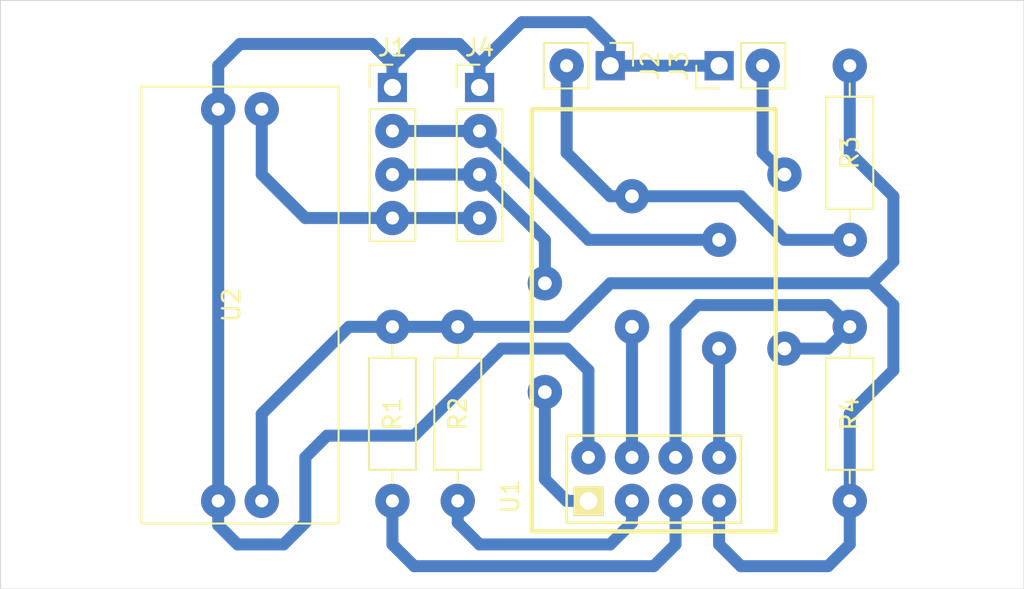
<source format=kicad_pcb>
(kicad_pcb (version 20171130) (host pcbnew "(5.1.0-0)")

  (general
    (thickness 1.6)
    (drawings 4)
    (tracks 93)
    (zones 0)
    (modules 22)
    (nets 10)
  )

  (page A4)
  (layers
    (0 F.Cu signal)
    (31 B.Cu signal)
    (32 B.Adhes user)
    (33 F.Adhes user)
    (34 B.Paste user)
    (35 F.Paste user)
    (36 B.SilkS user)
    (37 F.SilkS user)
    (38 B.Mask user)
    (39 F.Mask user)
    (40 Dwgs.User user)
    (41 Cmts.User user)
    (42 Eco1.User user)
    (43 Eco2.User user)
    (44 Edge.Cuts user)
    (45 Margin user)
    (46 B.CrtYd user)
    (47 F.CrtYd user)
    (48 B.Fab user)
    (49 F.Fab user)
  )

  (setup
    (last_trace_width 0.7)
    (user_trace_width 0.3)
    (user_trace_width 0.375)
    (user_trace_width 0.5)
    (user_trace_width 0.7)
    (user_trace_width 1)
    (trace_clearance 0.2)
    (zone_clearance 0.508)
    (zone_45_only no)
    (trace_min 0.25)
    (via_size 0.8)
    (via_drill 0.4)
    (via_min_size 0.4)
    (via_min_drill 0.3)
    (uvia_size 0.3)
    (uvia_drill 0.1)
    (uvias_allowed no)
    (uvia_min_size 0.2)
    (uvia_min_drill 0.1)
    (edge_width 0.05)
    (segment_width 0.2)
    (pcb_text_width 0.3)
    (pcb_text_size 1.5 1.5)
    (mod_edge_width 0.12)
    (mod_text_size 1 1)
    (mod_text_width 0.15)
    (pad_size 2 2)
    (pad_drill 0.762)
    (pad_to_mask_clearance 0.051)
    (solder_mask_min_width 0.25)
    (aux_axis_origin 116.84 109.27)
    (visible_elements FFFFFF7F)
    (pcbplotparams
      (layerselection 0x01000_fffffffe)
      (usegerberextensions false)
      (usegerberattributes false)
      (usegerberadvancedattributes false)
      (creategerberjobfile false)
      (excludeedgelayer true)
      (linewidth 0.100000)
      (plotframeref false)
      (viasonmask false)
      (mode 1)
      (useauxorigin true)
      (hpglpennumber 1)
      (hpglpenspeed 20)
      (hpglpendiameter 15.000000)
      (psnegative false)
      (psa4output false)
      (plotreference true)
      (plotvalue true)
      (plotinvisibletext false)
      (padsonsilk false)
      (subtractmaskfromsilk false)
      (outputformat 1)
      (mirror false)
      (drillshape 0)
      (scaleselection 1)
      (outputdirectory "drillFiles/"))
  )

  (net 0 "")
  (net 1 TX)
  (net 2 "Net-(J2-Pad2)")
  (net 3 GND)
  (net 4 "Net-(J3-Pad2)")
  (net 5 "Net-(R1-Pad2)")
  (net 6 +3V3)
  (net 7 "Net-(R2-Pad2)")
  (net 8 RX)
  (net 9 +5V)

  (net_class Default "This is the default net class."
    (clearance 0.2)
    (trace_width 0.25)
    (via_dia 0.8)
    (via_drill 0.4)
    (uvia_dia 0.3)
    (uvia_drill 0.1)
    (diff_pair_width 0.25)
    (diff_pair_gap 0.25)
    (add_net +3V3)
    (add_net +5V)
    (add_net GND)
    (add_net "Net-(J2-Pad2)")
    (add_net "Net-(J3-Pad2)")
    (add_net "Net-(R1-Pad2)")
    (add_net "Net-(R2-Pad2)")
    (add_net RX)
    (add_net TX)
  )

  (net_class Milling ""
    (clearance 0.1)
    (trace_width 0.375)
    (via_dia 0.8)
    (via_drill 0.4)
    (uvia_dia 0.3)
    (uvia_drill 0.1)
    (diff_pair_width 0.25)
    (diff_pair_gap 0.25)
  )

  (module Connector_Wire:SolderWirePad_1x01_Drill0.8mm (layer F.Cu) (tedit 5A2676A0) (tstamp 5C99A373)
    (at 162.56 95.25)
    (descr "Wire solder connection")
    (tags connector)
    (attr virtual)
    (fp_text reference REF** (at 0 -2.54) (layer F.SilkS) hide
      (effects (font (size 1 1) (thickness 0.15)))
    )
    (fp_text value SolderWirePad_1x01_Drill0.8mm (at 0 2.54) (layer F.Fab) hide
      (effects (font (size 1 1) (thickness 0.15)))
    )
    (fp_text user %R (at 0 0) (layer F.Fab) hide
      (effects (font (size 1 1) (thickness 0.15)))
    )
    (fp_line (start -1.5 -1.5) (end 1.5 -1.5) (layer F.CrtYd) (width 0.05))
    (fp_line (start -1.5 -1.5) (end -1.5 1.5) (layer F.CrtYd) (width 0.05))
    (fp_line (start 1.5 1.5) (end 1.5 -1.5) (layer F.CrtYd) (width 0.05))
    (fp_line (start 1.5 1.5) (end -1.5 1.5) (layer F.CrtYd) (width 0.05))
    (pad 1 thru_hole circle (at 0 0) (size 1.99898 1.99898) (drill 0.8001) (layers *.Cu *.Mask))
  )

  (module Connector_Wire:SolderWirePad_1x01_Drill0.8mm (layer F.Cu) (tedit 5A2676A0) (tstamp 5C99A361)
    (at 162.56 85.09)
    (descr "Wire solder connection")
    (tags connector)
    (attr virtual)
    (fp_text reference REF** (at 0 -2.54) (layer F.SilkS) hide
      (effects (font (size 1 1) (thickness 0.15)))
    )
    (fp_text value SolderWirePad_1x01_Drill0.8mm (at 0 2.54) (layer F.Fab) hide
      (effects (font (size 1 1) (thickness 0.15)))
    )
    (fp_line (start 1.5 1.5) (end -1.5 1.5) (layer F.CrtYd) (width 0.05))
    (fp_line (start 1.5 1.5) (end 1.5 -1.5) (layer F.CrtYd) (width 0.05))
    (fp_line (start -1.5 -1.5) (end -1.5 1.5) (layer F.CrtYd) (width 0.05))
    (fp_line (start -1.5 -1.5) (end 1.5 -1.5) (layer F.CrtYd) (width 0.05))
    (fp_text user %R (at 0 0) (layer F.Fab) hide
      (effects (font (size 1 1) (thickness 0.15)))
    )
    (pad 1 thru_hole circle (at 0 0) (size 1.99898 1.99898) (drill 0.8001) (layers *.Cu *.Mask))
  )

  (module Connector_Wire:SolderWirePad_1x01_Drill0.8mm (layer F.Cu) (tedit 5A2676A0) (tstamp 5C99A34E)
    (at 153.67 86.36)
    (descr "Wire solder connection")
    (tags connector)
    (attr virtual)
    (fp_text reference REF** (at 0 -2.54) (layer F.SilkS) hide
      (effects (font (size 1 1) (thickness 0.15)))
    )
    (fp_text value SolderWirePad_1x01_Drill0.8mm (at 0 2.54) (layer F.Fab) hide
      (effects (font (size 1 1) (thickness 0.15)))
    )
    (fp_line (start 1.5 1.5) (end -1.5 1.5) (layer F.CrtYd) (width 0.05))
    (fp_line (start 1.5 1.5) (end 1.5 -1.5) (layer F.CrtYd) (width 0.05))
    (fp_line (start -1.5 -1.5) (end -1.5 1.5) (layer F.CrtYd) (width 0.05))
    (fp_line (start -1.5 -1.5) (end 1.5 -1.5) (layer F.CrtYd) (width 0.05))
    (fp_text user %R (at 0 0) (layer F.Fab) hide
      (effects (font (size 1 1) (thickness 0.15)))
    )
    (pad 1 thru_hole circle (at 0 0) (size 1.99898 1.99898) (drill 0.8001) (layers *.Cu *.Mask))
  )

  (module Connector_Wire:SolderWirePad_1x01_Drill0.8mm (layer F.Cu) (tedit 5A2676A0) (tstamp 5C99A328)
    (at 158.75 88.9)
    (descr "Wire solder connection")
    (tags connector)
    (attr virtual)
    (fp_text reference REF** (at 0 -2.54) (layer F.SilkS) hide
      (effects (font (size 1 1) (thickness 0.15)))
    )
    (fp_text value SolderWirePad_1x01_Drill0.8mm (at 0 2.54) (layer F.Fab) hide
      (effects (font (size 1 1) (thickness 0.15)))
    )
    (fp_text user %R (at 0 0) (layer F.Fab) hide
      (effects (font (size 1 1) (thickness 0.15)))
    )
    (fp_line (start -1.5 -1.5) (end 1.5 -1.5) (layer F.CrtYd) (width 0.05))
    (fp_line (start -1.5 -1.5) (end -1.5 1.5) (layer F.CrtYd) (width 0.05))
    (fp_line (start 1.5 1.5) (end 1.5 -1.5) (layer F.CrtYd) (width 0.05))
    (fp_line (start 1.5 1.5) (end -1.5 1.5) (layer F.CrtYd) (width 0.05))
    (pad 1 thru_hole circle (at 0 0) (size 1.99898 1.99898) (drill 0.8001) (layers *.Cu *.Mask))
  )

  (module Connector_Wire:SolderWirePad_1x01_Drill0.8mm (layer F.Cu) (tedit 5A2676A0) (tstamp 5C99A2FD)
    (at 153.67 93.98)
    (descr "Wire solder connection")
    (tags connector)
    (attr virtual)
    (fp_text reference REF** (at 0 -2.54) (layer F.SilkS) hide
      (effects (font (size 1 1) (thickness 0.15)))
    )
    (fp_text value SolderWirePad_1x01_Drill0.8mm (at 0 2.54) (layer F.Fab) hide
      (effects (font (size 1 1) (thickness 0.15)))
    )
    (fp_text user %R (at 0 0) (layer F.Fab) hide
      (effects (font (size 1 1) (thickness 0.15)))
    )
    (fp_line (start -1.5 -1.5) (end 1.5 -1.5) (layer F.CrtYd) (width 0.05))
    (fp_line (start -1.5 -1.5) (end -1.5 1.5) (layer F.CrtYd) (width 0.05))
    (fp_line (start 1.5 1.5) (end 1.5 -1.5) (layer F.CrtYd) (width 0.05))
    (fp_line (start 1.5 1.5) (end -1.5 1.5) (layer F.CrtYd) (width 0.05))
    (pad 1 thru_hole circle (at 0 0) (size 1.99898 1.99898) (drill 0.8001) (layers *.Cu *.Mask))
  )

  (module Connector_Wire:SolderWirePad_1x01_Drill0.8mm (layer F.Cu) (tedit 5A2676A0) (tstamp 5C99A2EB)
    (at 158.75 95.25)
    (descr "Wire solder connection")
    (tags connector)
    (attr virtual)
    (fp_text reference REF** (at 0 -2.54) (layer F.SilkS) hide
      (effects (font (size 1 1) (thickness 0.15)))
    )
    (fp_text value SolderWirePad_1x01_Drill0.8mm (at 0 2.54) (layer F.Fab) hide
      (effects (font (size 1 1) (thickness 0.15)))
    )
    (fp_line (start 1.5 1.5) (end -1.5 1.5) (layer F.CrtYd) (width 0.05))
    (fp_line (start 1.5 1.5) (end 1.5 -1.5) (layer F.CrtYd) (width 0.05))
    (fp_line (start -1.5 -1.5) (end -1.5 1.5) (layer F.CrtYd) (width 0.05))
    (fp_line (start -1.5 -1.5) (end 1.5 -1.5) (layer F.CrtYd) (width 0.05))
    (fp_text user %R (at 0 0) (layer F.Fab) hide
      (effects (font (size 1 1) (thickness 0.15)))
    )
    (pad 1 thru_hole circle (at 0 0) (size 1.99898 1.99898) (drill 0.8001) (layers *.Cu *.Mask))
  )

  (module Connector_Wire:SolderWirePad_1x01_Drill0.8mm (layer F.Cu) (tedit 5A2676A0) (tstamp 5C99A2B9)
    (at 148.59 97.79)
    (descr "Wire solder connection")
    (tags connector)
    (attr virtual)
    (fp_text reference REF** (at 0 -2.54) (layer F.SilkS) hide
      (effects (font (size 1 1) (thickness 0.15)))
    )
    (fp_text value SolderWirePad_1x01_Drill0.8mm (at 0 2.54) (layer F.Fab) hide
      (effects (font (size 1 1) (thickness 0.15)))
    )
    (fp_text user %R (at 0 0) (layer F.Fab) hide
      (effects (font (size 1 1) (thickness 0.15)))
    )
    (fp_line (start -1.5 -1.5) (end 1.5 -1.5) (layer F.CrtYd) (width 0.05))
    (fp_line (start -1.5 -1.5) (end -1.5 1.5) (layer F.CrtYd) (width 0.05))
    (fp_line (start 1.5 1.5) (end 1.5 -1.5) (layer F.CrtYd) (width 0.05))
    (fp_line (start 1.5 1.5) (end -1.5 1.5) (layer F.CrtYd) (width 0.05))
    (pad 1 thru_hole circle (at 0 0) (size 1.99898 1.99898) (drill 0.8001) (layers *.Cu *.Mask))
  )

  (module Connector_Wire:SolderWirePad_1x01_Drill0.8mm (layer F.Cu) (tedit 5A2676A0) (tstamp 5C99A297)
    (at 148.59 91.44)
    (descr "Wire solder connection")
    (tags connector)
    (attr virtual)
    (fp_text reference REF** (at 0 -2.54) (layer F.SilkS) hide
      (effects (font (size 1 1) (thickness 0.15)))
    )
    (fp_text value SolderWirePad_1x01_Drill0.8mm (at 0 2.54) (layer F.Fab) hide
      (effects (font (size 1 1) (thickness 0.15)))
    )
    (fp_line (start 1.5 1.5) (end -1.5 1.5) (layer F.CrtYd) (width 0.05))
    (fp_line (start 1.5 1.5) (end 1.5 -1.5) (layer F.CrtYd) (width 0.05))
    (fp_line (start -1.5 -1.5) (end -1.5 1.5) (layer F.CrtYd) (width 0.05))
    (fp_line (start -1.5 -1.5) (end 1.5 -1.5) (layer F.CrtYd) (width 0.05))
    (fp_text user %R (at 0 0) (layer F.Fab) hide
      (effects (font (size 1 1) (thickness 0.15)))
    )
    (pad 1 thru_hole circle (at 0 0) (size 1.99898 1.99898) (drill 0.8001) (layers *.Cu *.Mask))
  )

  (module Resistor_THT:R_Axial_DIN0207_L6.3mm_D2.5mm_P10.16mm_Horizontal (layer F.Cu) (tedit 5AE5139B) (tstamp 5C98B941)
    (at 143.51 93.98 270)
    (descr "Resistor, Axial_DIN0207 series, Axial, Horizontal, pin pitch=10.16mm, 0.25W = 1/4W, length*diameter=6.3*2.5mm^2, http://cdn-reichelt.de/documents/datenblatt/B400/1_4W%23YAG.pdf")
    (tags "Resistor Axial_DIN0207 series Axial Horizontal pin pitch 10.16mm 0.25W = 1/4W length 6.3mm diameter 2.5mm")
    (path /5C99D737)
    (fp_text reference R2 (at 5.08 0 270) (layer F.SilkS)
      (effects (font (size 1 1) (thickness 0.15)))
    )
    (fp_text value 10K (at 5.08 2.54 270) (layer F.Fab)
      (effects (font (size 1 1) (thickness 0.15)))
    )
    (fp_text user %R (at 5.08 0 270) (layer F.Fab) hide
      (effects (font (size 1 1) (thickness 0.15)))
    )
    (fp_line (start 11.21 -1.5) (end -1.05 -1.5) (layer F.CrtYd) (width 0.05))
    (fp_line (start 11.21 1.5) (end 11.21 -1.5) (layer F.CrtYd) (width 0.05))
    (fp_line (start -1.05 1.5) (end 11.21 1.5) (layer F.CrtYd) (width 0.05))
    (fp_line (start -1.05 -1.5) (end -1.05 1.5) (layer F.CrtYd) (width 0.05))
    (fp_line (start 9.12 0) (end 8.35 0) (layer F.SilkS) (width 0.12))
    (fp_line (start 1.04 0) (end 1.81 0) (layer F.SilkS) (width 0.12))
    (fp_line (start 8.35 -1.37) (end 1.81 -1.37) (layer F.SilkS) (width 0.12))
    (fp_line (start 8.35 1.37) (end 8.35 -1.37) (layer F.SilkS) (width 0.12))
    (fp_line (start 1.81 1.37) (end 8.35 1.37) (layer F.SilkS) (width 0.12))
    (fp_line (start 1.81 -1.37) (end 1.81 1.37) (layer F.SilkS) (width 0.12))
    (fp_line (start 10.16 0) (end 8.23 0) (layer F.Fab) (width 0.1))
    (fp_line (start 0 0) (end 1.93 0) (layer F.Fab) (width 0.1))
    (fp_line (start 8.23 -1.25) (end 1.93 -1.25) (layer F.Fab) (width 0.1))
    (fp_line (start 8.23 1.25) (end 8.23 -1.25) (layer F.Fab) (width 0.1))
    (fp_line (start 1.93 1.25) (end 8.23 1.25) (layer F.Fab) (width 0.1))
    (fp_line (start 1.93 -1.25) (end 1.93 1.25) (layer F.Fab) (width 0.1))
    (pad 2 thru_hole circle (at 10.16 0 270) (size 2 2) (drill 0.762) (layers *.Cu *.Mask)
      (net 7 "Net-(R2-Pad2)"))
    (pad 1 thru_hole circle (at 0 0 270) (size 2 2) (drill 0.762) (layers *.Cu *.Mask)
      (net 6 +3V3))
    (model ${KISYS3DMOD}/Resistor_THT.3dshapes/R_Axial_DIN0207_L6.3mm_D2.5mm_P10.16mm_Horizontal.wrl
      (at (xyz 0 0 0))
      (scale (xyz 1 1 1))
      (rotate (xyz 0 0 0))
    )
  )

  (module ESP8266:ESP-01 (layer F.Cu) (tedit 577EF889) (tstamp 5C98B98D)
    (at 151.13 104.14 90)
    (descr "Module, ESP-8266, ESP-01, 8 pin")
    (tags "Module ESP-8266 ESP8266")
    (path /5C981CB7)
    (fp_text reference U1 (at 0.254 -4.572 90) (layer F.SilkS)
      (effects (font (size 1 1) (thickness 0.15)))
    )
    (fp_text value ESP-01v090 (at 12.192 3.556 90) (layer F.Fab)
      (effects (font (size 1 1) (thickness 0.15)))
    )
    (fp_line (start 3.81 -1.27) (end 1.27 -1.27) (layer F.SilkS) (width 0.1524))
    (fp_line (start 3.81 8.89) (end 3.81 -1.27) (layer F.SilkS) (width 0.1524))
    (fp_line (start -1.27 8.89) (end 3.81 8.89) (layer F.SilkS) (width 0.1524))
    (fp_line (start -1.27 1.27) (end -1.27 8.89) (layer F.SilkS) (width 0.1524))
    (fp_line (start -1.75 9.4) (end 4.3 9.4) (layer F.CrtYd) (width 0.05))
    (fp_line (start -1.75 -1.75) (end 4.3 -1.75) (layer F.CrtYd) (width 0.05))
    (fp_line (start 4.3 -1.75) (end 4.3 9.4) (layer F.CrtYd) (width 0.05))
    (fp_line (start -1.75 -1.75) (end -1.75 9.4) (layer F.CrtYd) (width 0.05))
    (fp_line (start -1.27 -1.27) (end -1.27 1.27) (layer F.SilkS) (width 0.1524))
    (fp_line (start 1.27 -1.27) (end -1.27 -1.27) (layer F.SilkS) (width 0.1524))
    (fp_line (start -1.778 10.922) (end -1.778 -3.302) (layer F.Fab) (width 0.05))
    (fp_line (start 22.86 10.922) (end -1.778 10.922) (layer F.Fab) (width 0.05))
    (fp_line (start 22.86 -3.302) (end 22.86 10.922) (layer F.Fab) (width 0.05))
    (fp_line (start -1.778 -3.302) (end 22.86 -3.302) (layer F.Fab) (width 0.05))
    (fp_line (start -1.778 10.922) (end -1.778 -3.302) (layer F.SilkS) (width 0.254))
    (fp_line (start 22.86 10.922) (end -1.778 10.922) (layer F.SilkS) (width 0.254))
    (fp_line (start 22.86 -3.302) (end 22.86 10.922) (layer F.SilkS) (width 0.254))
    (fp_line (start -1.778 -3.302) (end 22.86 -3.302) (layer F.SilkS) (width 0.254))
    (pad 8 thru_hole circle (at 2.54 7.62 90) (size 2 2) (drill 0.762) (layers *.Cu *.Mask)
      (net 1 TX))
    (pad 7 thru_hole circle (at 0 7.62 90) (size 2 2) (drill 0.762) (layers *.Cu *.Mask)
      (net 6 +3V3))
    (pad 6 thru_hole circle (at 2.54 5.08 90) (size 2 2) (drill 0.762) (layers *.Cu *.Mask)
      (net 4 "Net-(J3-Pad2)"))
    (pad 5 thru_hole circle (at 0 5.08 90) (size 2 2) (drill 0.762) (layers *.Cu *.Mask)
      (net 5 "Net-(R1-Pad2)"))
    (pad 4 thru_hole circle (at 2.54 2.54 90) (size 2 2) (drill 0.762) (layers *.Cu *.Mask)
      (net 2 "Net-(J2-Pad2)"))
    (pad 3 thru_hole circle (at 0 2.54 90) (size 2 2) (drill 0.762) (layers *.Cu *.Mask)
      (net 7 "Net-(R2-Pad2)"))
    (pad 2 thru_hole circle (at 2.54 0 90) (size 2 2) (drill 0.762) (layers *.Cu *.Mask)
      (net 3 GND))
    (pad 1 thru_hole rect (at 0 0 90) (size 1.7272 1.7272) (drill 1.016) (layers *.Cu *.Mask F.SilkS)
      (net 8 RX))
  )

  (module Connector_PinHeader_2.54mm:PinHeader_1x02_P2.54mm_Vertical (layer F.Cu) (tedit 59FED5CC) (tstamp 5CB89801)
    (at 152.4 78.74 270)
    (descr "Through hole straight pin header, 1x02, 2.54mm pitch, single row")
    (tags "Through hole pin header THT 1x02 2.54mm single row")
    (path /5C99BBC1)
    (fp_text reference J2 (at 0 -2.33 270) (layer F.SilkS)
      (effects (font (size 1 1) (thickness 0.15)))
    )
    (fp_text value Conn_01x02_Male (at 0 4.87 270) (layer F.Fab) hide
      (effects (font (size 1 1) (thickness 0.15)))
    )
    (fp_text user %R (at 0 1.27) (layer F.Fab)
      (effects (font (size 1 1) (thickness 0.15)))
    )
    (fp_line (start 1.8 -1.8) (end -1.8 -1.8) (layer F.CrtYd) (width 0.05))
    (fp_line (start 1.8 4.35) (end 1.8 -1.8) (layer F.CrtYd) (width 0.05))
    (fp_line (start -1.8 4.35) (end 1.8 4.35) (layer F.CrtYd) (width 0.05))
    (fp_line (start -1.8 -1.8) (end -1.8 4.35) (layer F.CrtYd) (width 0.05))
    (fp_line (start -1.33 -1.33) (end 0 -1.33) (layer F.SilkS) (width 0.12))
    (fp_line (start -1.33 0) (end -1.33 -1.33) (layer F.SilkS) (width 0.12))
    (fp_line (start -1.33 1.27) (end 1.33 1.27) (layer F.SilkS) (width 0.12))
    (fp_line (start 1.33 1.27) (end 1.33 3.87) (layer F.SilkS) (width 0.12))
    (fp_line (start -1.33 1.27) (end -1.33 3.87) (layer F.SilkS) (width 0.12))
    (fp_line (start -1.33 3.87) (end 1.33 3.87) (layer F.SilkS) (width 0.12))
    (fp_line (start -1.27 -0.635) (end -0.635 -1.27) (layer F.Fab) (width 0.1))
    (fp_line (start -1.27 3.81) (end -1.27 -0.635) (layer F.Fab) (width 0.1))
    (fp_line (start 1.27 3.81) (end -1.27 3.81) (layer F.Fab) (width 0.1))
    (fp_line (start 1.27 -1.27) (end 1.27 3.81) (layer F.Fab) (width 0.1))
    (fp_line (start -0.635 -1.27) (end 1.27 -1.27) (layer F.Fab) (width 0.1))
    (pad 2 thru_hole circle (at 0 2.54 270) (size 2 2) (drill 0.762) (layers *.Cu *.Mask)
      (net 2 "Net-(J2-Pad2)"))
    (pad 1 thru_hole rect (at 0 0 270) (size 1.7 1.7) (drill 1) (layers *.Cu *.Mask)
      (net 3 GND))
    (model ${KISYS3DMOD}/Connector_PinHeader_2.54mm.3dshapes/PinHeader_1x02_P2.54mm_Vertical.wrl
      (at (xyz 0 0 0))
      (scale (xyz 1 1 1))
      (rotate (xyz 0 0 0))
    )
  )

  (module MountingHole:MountingHole_3.2mm_M3 (layer F.Cu) (tedit 56D1B4CB) (tstamp 5C990B8B)
    (at 120.65 80.01)
    (descr "Mounting Hole 3.2mm, no annular, M3")
    (tags "mounting hole 3.2mm no annular m3")
    (attr virtual)
    (fp_text reference REF** (at 0 -4.2) (layer F.SilkS) hide
      (effects (font (size 1 1) (thickness 0.15)))
    )
    (fp_text value MountingHole_3.2mm_M3 (at 0 4.2) (layer F.Fab) hide
      (effects (font (size 1 1) (thickness 0.15)))
    )
    (fp_text user %R (at 0.3 0) (layer F.Fab) hide
      (effects (font (size 1 1) (thickness 0.15)))
    )
    (fp_circle (center 0 0) (end 3.2 0) (layer Cmts.User) (width 0.15))
    (fp_circle (center 0 0) (end 3.45 0) (layer F.CrtYd) (width 0.05))
    (pad 1 np_thru_hole circle (at 0 0) (size 3.2 3.2) (drill 3.2) (layers *.Cu *.Mask))
  )

  (module MountingHole:MountingHole_3.2mm_M3 (layer F.Cu) (tedit 56D1B4CB) (tstamp 5C99A444)
    (at 120.65 105.41)
    (descr "Mounting Hole 3.2mm, no annular, M3")
    (tags "mounting hole 3.2mm no annular m3")
    (attr virtual)
    (fp_text reference REF** (at 0 -4.2) (layer F.SilkS) hide
      (effects (font (size 1 1) (thickness 0.15)))
    )
    (fp_text value MountingHole_3.2mm_M3 (at 0 4.2) (layer F.Fab) hide
      (effects (font (size 1 1) (thickness 0.15)))
    )
    (fp_circle (center 0 0) (end 3.45 0) (layer F.CrtYd) (width 0.05))
    (fp_circle (center 0 0) (end 3.2 0) (layer Cmts.User) (width 0.15))
    (fp_text user %R (at 0.3 0) (layer F.Fab) hide
      (effects (font (size 1 1) (thickness 0.15)))
    )
    (pad 1 np_thru_hole circle (at 0 0) (size 3.2 3.2) (drill 3.2) (layers *.Cu *.Mask))
  )

  (module MountingHole:MountingHole_3.2mm_M3 (layer F.Cu) (tedit 56D1B4CB) (tstamp 5C990B6F)
    (at 172.72 105.41)
    (descr "Mounting Hole 3.2mm, no annular, M3")
    (tags "mounting hole 3.2mm no annular m3")
    (attr virtual)
    (fp_text reference REF** (at 0 -4.2) (layer F.SilkS) hide
      (effects (font (size 1 1) (thickness 0.15)))
    )
    (fp_text value MountingHole_3.2mm_M3 (at 0 4.2) (layer F.Fab) hide
      (effects (font (size 1 1) (thickness 0.15)))
    )
    (fp_text user %R (at 0.3 0) (layer F.Fab) hide
      (effects (font (size 1 1) (thickness 0.15)))
    )
    (fp_circle (center 0 0) (end 3.2 0) (layer Cmts.User) (width 0.15))
    (fp_circle (center 0 0) (end 3.45 0) (layer F.CrtYd) (width 0.05))
    (pad 1 np_thru_hole circle (at 0 0) (size 3.2 3.2) (drill 3.2) (layers *.Cu *.Mask))
  )

  (module MountingHole:MountingHole_3.2mm_M3 (layer F.Cu) (tedit 56D1B4CB) (tstamp 5C990AC5)
    (at 172.72 80.01)
    (descr "Mounting Hole 3.2mm, no annular, M3")
    (tags "mounting hole 3.2mm no annular m3")
    (attr virtual)
    (fp_text reference REF** (at 0 -4.2) (layer F.SilkS) hide
      (effects (font (size 1 1) (thickness 0.15)))
    )
    (fp_text value MountingHole_3.2mm_M3 (at 0 4.2) (layer F.Fab) hide
      (effects (font (size 1 1) (thickness 0.15)))
    )
    (fp_circle (center 0 0) (end 3.45 0) (layer F.CrtYd) (width 0.05))
    (fp_circle (center 0 0) (end 3.2 0) (layer Cmts.User) (width 0.15))
    (fp_text user %R (at 0.3 0) (layer F.Fab) hide
      (effects (font (size 1 1) (thickness 0.15)))
    )
    (pad 1 np_thru_hole circle (at 0 0) (size 3.2 3.2) (drill 3.2) (layers *.Cu *.Mask))
  )

  (module Connector_PinHeader_2.54mm:PinHeader_1x04_P2.54mm_Vertical (layer F.Cu) (tedit 59FED5CC) (tstamp 5C9901EB)
    (at 144.78 80.01)
    (descr "Through hole straight pin header, 1x04, 2.54mm pitch, single row")
    (tags "Through hole pin header THT 1x04 2.54mm single row")
    (path /5C9B6F14)
    (fp_text reference J4 (at 0 -2.33) (layer F.SilkS)
      (effects (font (size 1 1) (thickness 0.15)))
    )
    (fp_text value Conn_01x04_Male (at 0 9.95) (layer F.Fab) hide
      (effects (font (size 1 1) (thickness 0.15)))
    )
    (fp_text user %R (at 0 3.81 90) (layer F.Fab)
      (effects (font (size 1 1) (thickness 0.15)))
    )
    (fp_line (start 1.8 -1.8) (end -1.8 -1.8) (layer F.CrtYd) (width 0.05))
    (fp_line (start 1.8 9.4) (end 1.8 -1.8) (layer F.CrtYd) (width 0.05))
    (fp_line (start -1.8 9.4) (end 1.8 9.4) (layer F.CrtYd) (width 0.05))
    (fp_line (start -1.8 -1.8) (end -1.8 9.4) (layer F.CrtYd) (width 0.05))
    (fp_line (start -1.33 -1.33) (end 0 -1.33) (layer F.SilkS) (width 0.12))
    (fp_line (start -1.33 0) (end -1.33 -1.33) (layer F.SilkS) (width 0.12))
    (fp_line (start -1.33 1.27) (end 1.33 1.27) (layer F.SilkS) (width 0.12))
    (fp_line (start 1.33 1.27) (end 1.33 8.95) (layer F.SilkS) (width 0.12))
    (fp_line (start -1.33 1.27) (end -1.33 8.95) (layer F.SilkS) (width 0.12))
    (fp_line (start -1.33 8.95) (end 1.33 8.95) (layer F.SilkS) (width 0.12))
    (fp_line (start -1.27 -0.635) (end -0.635 -1.27) (layer F.Fab) (width 0.1))
    (fp_line (start -1.27 8.89) (end -1.27 -0.635) (layer F.Fab) (width 0.1))
    (fp_line (start 1.27 8.89) (end -1.27 8.89) (layer F.Fab) (width 0.1))
    (fp_line (start 1.27 -1.27) (end 1.27 8.89) (layer F.Fab) (width 0.1))
    (fp_line (start -0.635 -1.27) (end 1.27 -1.27) (layer F.Fab) (width 0.1))
    (pad 4 thru_hole circle (at 0 7.62) (size 2 2) (drill 0.762) (layers *.Cu *.Mask)
      (net 9 +5V))
    (pad 3 thru_hole circle (at 0 5.08) (size 2 2) (drill 0.762) (layers *.Cu *.Mask)
      (net 8 RX))
    (pad 2 thru_hole circle (at 0 2.54) (size 2 2) (drill 0.762) (layers *.Cu *.Mask)
      (net 1 TX))
    (pad 1 thru_hole rect (at 0 0) (size 1.7 1.7) (drill 1) (layers *.Cu *.Mask)
      (net 3 GND))
    (model ${KISYS3DMOD}/Connector_PinHeader_2.54mm.3dshapes/PinHeader_1x04_P2.54mm_Vertical.wrl
      (at (xyz 0 0 0))
      (scale (xyz 1 1 1))
      (rotate (xyz 0 0 0))
    )
  )

  (module Connector_PinHeader_2.54mm:PinHeader_1x04_P2.54mm_Vertical (layer F.Cu) (tedit 59FED5CC) (tstamp 5C98F476)
    (at 139.7 80.01)
    (descr "Through hole straight pin header, 1x04, 2.54mm pitch, single row")
    (tags "Through hole pin header THT 1x04 2.54mm single row")
    (path /5C988454)
    (fp_text reference J1 (at 0 -2.33) (layer F.SilkS)
      (effects (font (size 1 1) (thickness 0.15)))
    )
    (fp_text value Conn_01x04_Male (at 0 9.95) (layer F.Fab) hide
      (effects (font (size 1 1) (thickness 0.15)))
    )
    (fp_text user %R (at 0 3.81 90) (layer F.Fab)
      (effects (font (size 1 1) (thickness 0.15)))
    )
    (fp_line (start 1.8 -1.8) (end -1.8 -1.8) (layer F.CrtYd) (width 0.05))
    (fp_line (start 1.8 9.4) (end 1.8 -1.8) (layer F.CrtYd) (width 0.05))
    (fp_line (start -1.8 9.4) (end 1.8 9.4) (layer F.CrtYd) (width 0.05))
    (fp_line (start -1.8 -1.8) (end -1.8 9.4) (layer F.CrtYd) (width 0.05))
    (fp_line (start -1.33 -1.33) (end 0 -1.33) (layer F.SilkS) (width 0.12))
    (fp_line (start -1.33 0) (end -1.33 -1.33) (layer F.SilkS) (width 0.12))
    (fp_line (start -1.33 1.27) (end 1.33 1.27) (layer F.SilkS) (width 0.12))
    (fp_line (start 1.33 1.27) (end 1.33 8.95) (layer F.SilkS) (width 0.12))
    (fp_line (start -1.33 1.27) (end -1.33 8.95) (layer F.SilkS) (width 0.12))
    (fp_line (start -1.33 8.95) (end 1.33 8.95) (layer F.SilkS) (width 0.12))
    (fp_line (start -1.27 -0.635) (end -0.635 -1.27) (layer F.Fab) (width 0.1))
    (fp_line (start -1.27 8.89) (end -1.27 -0.635) (layer F.Fab) (width 0.1))
    (fp_line (start 1.27 8.89) (end -1.27 8.89) (layer F.Fab) (width 0.1))
    (fp_line (start 1.27 -1.27) (end 1.27 8.89) (layer F.Fab) (width 0.1))
    (fp_line (start -0.635 -1.27) (end 1.27 -1.27) (layer F.Fab) (width 0.1))
    (pad 4 thru_hole circle (at 0 7.62) (size 2 2) (drill 0.762) (layers *.Cu *.Mask)
      (net 9 +5V))
    (pad 3 thru_hole circle (at 0 5.08) (size 2 2) (drill 0.762) (layers *.Cu *.Mask)
      (net 8 RX))
    (pad 2 thru_hole circle (at 0 2.54) (size 2 2) (drill 0.762) (layers *.Cu *.Mask)
      (net 1 TX))
    (pad 1 thru_hole rect (at 0 0) (size 1.7 1.7) (drill 1) (layers *.Cu *.Mask)
      (net 3 GND))
    (model ${KISYS3DMOD}/Connector_PinHeader_2.54mm.3dshapes/PinHeader_1x04_P2.54mm_Vertical.wrl
      (at (xyz 0 0 0))
      (scale (xyz 1 1 1))
      (rotate (xyz 0 0 0))
    )
  )

  (module AMS1117_Module:AMS1117_Module (layer F.Cu) (tedit 5CB892BD) (tstamp 5C98B999)
    (at 130.81 92.71 270)
    (path /5C98658D)
    (fp_text reference U2 (at 0 0.5 270) (layer F.SilkS)
      (effects (font (size 1 1) (thickness 0.15)))
    )
    (fp_text value AMS1117_Module (at 0 -2.54 270) (layer F.Fab)
      (effects (font (size 1 1) (thickness 0.15)))
    )
    (fp_line (start -12.75 -5.75) (end -12.75 5.75) (layer F.SilkS) (width 0.12))
    (fp_line (start 12.75 -5.75) (end 12.75 5.75) (layer F.SilkS) (width 0.12))
    (fp_line (start 12.75 -5.75) (end -12.75 -5.75) (layer F.SilkS) (width 0.12))
    (fp_line (start -12.75 5.75) (end 12.75 5.75) (layer F.SilkS) (width 0.12))
    (pad 1 thru_hole circle (at -11.43 -1.27 270) (size 2 2) (drill 0.762) (layers *.Cu *.Mask)
      (net 9 +5V))
    (pad 2 thru_hole circle (at -11.43 1.27 270) (size 2 2) (drill 0.762) (layers *.Cu *.Mask)
      (net 3 GND))
    (pad 3 thru_hole circle (at 11.43 -1.27 270) (size 2 2) (drill 0.762) (layers *.Cu *.Mask)
      (net 6 +3V3))
    (pad 4 thru_hole circle (at 11.43 1.27 270) (size 2 2) (drill 0.762) (layers *.Cu *.Mask)
      (net 3 GND))
  )

  (module Resistor_THT:R_Axial_DIN0207_L6.3mm_D2.5mm_P10.16mm_Horizontal (layer F.Cu) (tedit 5AE5139B) (tstamp 5C98B96F)
    (at 166.37 104.14 90)
    (descr "Resistor, Axial_DIN0207 series, Axial, Horizontal, pin pitch=10.16mm, 0.25W = 1/4W, length*diameter=6.3*2.5mm^2, http://cdn-reichelt.de/documents/datenblatt/B400/1_4W%23YAG.pdf")
    (tags "Resistor Axial_DIN0207 series Axial Horizontal pin pitch 10.16mm 0.25W = 1/4W length 6.3mm diameter 2.5mm")
    (path /5C9ACDBE)
    (fp_text reference R4 (at 5.08 0 90) (layer F.SilkS)
      (effects (font (size 1 1) (thickness 0.15)))
    )
    (fp_text value 10K (at 5.08 2.37 90) (layer F.Fab)
      (effects (font (size 1 1) (thickness 0.15)))
    )
    (fp_text user %R (at 5.17 0 90) (layer F.Fab) hide
      (effects (font (size 1 1) (thickness 0.15)))
    )
    (fp_line (start 11.21 -1.5) (end -1.05 -1.5) (layer F.CrtYd) (width 0.05))
    (fp_line (start 11.21 1.5) (end 11.21 -1.5) (layer F.CrtYd) (width 0.05))
    (fp_line (start -1.05 1.5) (end 11.21 1.5) (layer F.CrtYd) (width 0.05))
    (fp_line (start -1.05 -1.5) (end -1.05 1.5) (layer F.CrtYd) (width 0.05))
    (fp_line (start 9.12 0) (end 8.35 0) (layer F.SilkS) (width 0.12))
    (fp_line (start 1.04 0) (end 1.81 0) (layer F.SilkS) (width 0.12))
    (fp_line (start 8.35 -1.37) (end 1.81 -1.37) (layer F.SilkS) (width 0.12))
    (fp_line (start 8.35 1.37) (end 8.35 -1.37) (layer F.SilkS) (width 0.12))
    (fp_line (start 1.81 1.37) (end 8.35 1.37) (layer F.SilkS) (width 0.12))
    (fp_line (start 1.81 -1.37) (end 1.81 1.37) (layer F.SilkS) (width 0.12))
    (fp_line (start 10.16 0) (end 8.23 0) (layer F.Fab) (width 0.1))
    (fp_line (start 0 0) (end 1.93 0) (layer F.Fab) (width 0.1))
    (fp_line (start 8.23 -1.25) (end 1.93 -1.25) (layer F.Fab) (width 0.1))
    (fp_line (start 8.23 1.25) (end 8.23 -1.25) (layer F.Fab) (width 0.1))
    (fp_line (start 1.93 1.25) (end 8.23 1.25) (layer F.Fab) (width 0.1))
    (fp_line (start 1.93 -1.25) (end 1.93 1.25) (layer F.Fab) (width 0.1))
    (pad 2 thru_hole circle (at 10.16 0 90) (size 2 2) (drill 0.762) (layers *.Cu *.Mask)
      (net 4 "Net-(J3-Pad2)"))
    (pad 1 thru_hole circle (at 0 0 90) (size 2 2) (drill 0.762) (layers *.Cu *.Mask)
      (net 6 +3V3))
    (model ${KISYS3DMOD}/Resistor_THT.3dshapes/R_Axial_DIN0207_L6.3mm_D2.5mm_P10.16mm_Horizontal.wrl
      (at (xyz 0 0 0))
      (scale (xyz 1 1 1))
      (rotate (xyz 0 0 0))
    )
  )

  (module Resistor_THT:R_Axial_DIN0207_L6.3mm_D2.5mm_P10.16mm_Horizontal (layer F.Cu) (tedit 5AE5139B) (tstamp 5C98B958)
    (at 166.37 78.74 270)
    (descr "Resistor, Axial_DIN0207 series, Axial, Horizontal, pin pitch=10.16mm, 0.25W = 1/4W, length*diameter=6.3*2.5mm^2, http://cdn-reichelt.de/documents/datenblatt/B400/1_4W%23YAG.pdf")
    (tags "Resistor Axial_DIN0207 series Axial Horizontal pin pitch 10.16mm 0.25W = 1/4W length 6.3mm diameter 2.5mm")
    (path /5C9AC3CF)
    (fp_text reference R3 (at 5.08 0 270) (layer F.SilkS)
      (effects (font (size 1 1) (thickness 0.15)))
    )
    (fp_text value 10K (at 5.08 2.37 270) (layer F.Fab)
      (effects (font (size 1 1) (thickness 0.15)))
    )
    (fp_text user %R (at 5.08 0 270) (layer F.Fab) hide
      (effects (font (size 1 1) (thickness 0.15)))
    )
    (fp_line (start 11.21 -1.5) (end -1.05 -1.5) (layer F.CrtYd) (width 0.05))
    (fp_line (start 11.21 1.5) (end 11.21 -1.5) (layer F.CrtYd) (width 0.05))
    (fp_line (start -1.05 1.5) (end 11.21 1.5) (layer F.CrtYd) (width 0.05))
    (fp_line (start -1.05 -1.5) (end -1.05 1.5) (layer F.CrtYd) (width 0.05))
    (fp_line (start 9.12 0) (end 8.35 0) (layer F.SilkS) (width 0.12))
    (fp_line (start 1.04 0) (end 1.81 0) (layer F.SilkS) (width 0.12))
    (fp_line (start 8.35 -1.37) (end 1.81 -1.37) (layer F.SilkS) (width 0.12))
    (fp_line (start 8.35 1.37) (end 8.35 -1.37) (layer F.SilkS) (width 0.12))
    (fp_line (start 1.81 1.37) (end 8.35 1.37) (layer F.SilkS) (width 0.12))
    (fp_line (start 1.81 -1.37) (end 1.81 1.37) (layer F.SilkS) (width 0.12))
    (fp_line (start 10.16 0) (end 8.23 0) (layer F.Fab) (width 0.1))
    (fp_line (start 0 0) (end 1.93 0) (layer F.Fab) (width 0.1))
    (fp_line (start 8.23 -1.25) (end 1.93 -1.25) (layer F.Fab) (width 0.1))
    (fp_line (start 8.23 1.25) (end 8.23 -1.25) (layer F.Fab) (width 0.1))
    (fp_line (start 1.93 1.25) (end 8.23 1.25) (layer F.Fab) (width 0.1))
    (fp_line (start 1.93 -1.25) (end 1.93 1.25) (layer F.Fab) (width 0.1))
    (pad 2 thru_hole circle (at 10.16 0 270) (size 2 2) (drill 0.762) (layers *.Cu *.Mask)
      (net 2 "Net-(J2-Pad2)"))
    (pad 1 thru_hole circle (at 0 0 270) (size 2 2) (drill 0.762) (layers *.Cu *.Mask)
      (net 6 +3V3))
    (model ${KISYS3DMOD}/Resistor_THT.3dshapes/R_Axial_DIN0207_L6.3mm_D2.5mm_P10.16mm_Horizontal.wrl
      (at (xyz 0 0 0))
      (scale (xyz 1 1 1))
      (rotate (xyz 0 0 0))
    )
  )

  (module Resistor_THT:R_Axial_DIN0207_L6.3mm_D2.5mm_P10.16mm_Horizontal (layer F.Cu) (tedit 5AE5139B) (tstamp 5C98B92A)
    (at 139.7 93.98 270)
    (descr "Resistor, Axial_DIN0207 series, Axial, Horizontal, pin pitch=10.16mm, 0.25W = 1/4W, length*diameter=6.3*2.5mm^2, http://cdn-reichelt.de/documents/datenblatt/B400/1_4W%23YAG.pdf")
    (tags "Resistor Axial_DIN0207 series Axial Horizontal pin pitch 10.16mm 0.25W = 1/4W length 6.3mm diameter 2.5mm")
    (path /5C99E4BC)
    (fp_text reference R1 (at 5.08 0 270) (layer F.SilkS)
      (effects (font (size 1 1) (thickness 0.15)))
    )
    (fp_text value 10K (at 5.08 2.37 270) (layer F.Fab)
      (effects (font (size 1 1) (thickness 0.15)))
    )
    (fp_text user %R (at 5.08 0 270) (layer F.Fab) hide
      (effects (font (size 1 1) (thickness 0.15)))
    )
    (fp_line (start 11.21 -1.5) (end -1.05 -1.5) (layer F.CrtYd) (width 0.05))
    (fp_line (start 11.21 1.5) (end 11.21 -1.5) (layer F.CrtYd) (width 0.05))
    (fp_line (start -1.05 1.5) (end 11.21 1.5) (layer F.CrtYd) (width 0.05))
    (fp_line (start -1.05 -1.5) (end -1.05 1.5) (layer F.CrtYd) (width 0.05))
    (fp_line (start 9.12 0) (end 8.35 0) (layer F.SilkS) (width 0.12))
    (fp_line (start 1.04 0) (end 1.81 0) (layer F.SilkS) (width 0.12))
    (fp_line (start 8.35 -1.37) (end 1.81 -1.37) (layer F.SilkS) (width 0.12))
    (fp_line (start 8.35 1.37) (end 8.35 -1.37) (layer F.SilkS) (width 0.12))
    (fp_line (start 1.81 1.37) (end 8.35 1.37) (layer F.SilkS) (width 0.12))
    (fp_line (start 1.81 -1.37) (end 1.81 1.37) (layer F.SilkS) (width 0.12))
    (fp_line (start 10.16 0) (end 8.23 0) (layer F.Fab) (width 0.1))
    (fp_line (start 0 0) (end 1.93 0) (layer F.Fab) (width 0.1))
    (fp_line (start 8.23 -1.25) (end 1.93 -1.25) (layer F.Fab) (width 0.1))
    (fp_line (start 8.23 1.25) (end 8.23 -1.25) (layer F.Fab) (width 0.1))
    (fp_line (start 1.93 1.25) (end 8.23 1.25) (layer F.Fab) (width 0.1))
    (fp_line (start 1.93 -1.25) (end 1.93 1.25) (layer F.Fab) (width 0.1))
    (pad 2 thru_hole circle (at 10.16 0 270) (size 2 2) (drill 0.762) (layers *.Cu *.Mask)
      (net 5 "Net-(R1-Pad2)"))
    (pad 1 thru_hole circle (at 0 0 270) (size 2 2) (drill 0.762) (layers *.Cu *.Mask)
      (net 6 +3V3))
    (model ${KISYS3DMOD}/Resistor_THT.3dshapes/R_Axial_DIN0207_L6.3mm_D2.5mm_P10.16mm_Horizontal.wrl
      (at (xyz 0 0 0))
      (scale (xyz 1 1 1))
      (rotate (xyz 0 0 0))
    )
  )

  (module Connector_PinHeader_2.54mm:PinHeader_1x02_P2.54mm_Vertical (layer F.Cu) (tedit 59FED5CC) (tstamp 5C98B913)
    (at 158.75 78.74 90)
    (descr "Through hole straight pin header, 1x02, 2.54mm pitch, single row")
    (tags "Through hole pin header THT 1x02 2.54mm single row")
    (path /5C999540)
    (fp_text reference J3 (at 0 -2.33 90) (layer F.SilkS)
      (effects (font (size 1 1) (thickness 0.15)))
    )
    (fp_text value Conn_01x02_Male (at 0 4.87 90) (layer F.Fab) hide
      (effects (font (size 1 1) (thickness 0.15)))
    )
    (fp_text user %R (at 0 1.27 180) (layer F.Fab)
      (effects (font (size 1 1) (thickness 0.15)))
    )
    (fp_line (start 1.8 -1.8) (end -1.8 -1.8) (layer F.CrtYd) (width 0.05))
    (fp_line (start 1.8 4.35) (end 1.8 -1.8) (layer F.CrtYd) (width 0.05))
    (fp_line (start -1.8 4.35) (end 1.8 4.35) (layer F.CrtYd) (width 0.05))
    (fp_line (start -1.8 -1.8) (end -1.8 4.35) (layer F.CrtYd) (width 0.05))
    (fp_line (start -1.33 -1.33) (end 0 -1.33) (layer F.SilkS) (width 0.12))
    (fp_line (start -1.33 0) (end -1.33 -1.33) (layer F.SilkS) (width 0.12))
    (fp_line (start -1.33 1.27) (end 1.33 1.27) (layer F.SilkS) (width 0.12))
    (fp_line (start 1.33 1.27) (end 1.33 3.87) (layer F.SilkS) (width 0.12))
    (fp_line (start -1.33 1.27) (end -1.33 3.87) (layer F.SilkS) (width 0.12))
    (fp_line (start -1.33 3.87) (end 1.33 3.87) (layer F.SilkS) (width 0.12))
    (fp_line (start -1.27 -0.635) (end -0.635 -1.27) (layer F.Fab) (width 0.1))
    (fp_line (start -1.27 3.81) (end -1.27 -0.635) (layer F.Fab) (width 0.1))
    (fp_line (start 1.27 3.81) (end -1.27 3.81) (layer F.Fab) (width 0.1))
    (fp_line (start 1.27 -1.27) (end 1.27 3.81) (layer F.Fab) (width 0.1))
    (fp_line (start -0.635 -1.27) (end 1.27 -1.27) (layer F.Fab) (width 0.1))
    (pad 2 thru_hole circle (at 0 2.54 90) (size 2 2) (drill 0.762) (layers *.Cu *.Mask)
      (net 4 "Net-(J3-Pad2)"))
    (pad 1 thru_hole rect (at 0 0 90) (size 1.7 1.7) (drill 1) (layers *.Cu *.Mask)
      (net 3 GND))
    (model ${KISYS3DMOD}/Connector_PinHeader_2.54mm.3dshapes/PinHeader_1x02_P2.54mm_Vertical.wrl
      (at (xyz 0 0 0))
      (scale (xyz 1 1 1))
      (rotate (xyz 0 0 0))
    )
  )

  (gr_line (start 176.53 74.93) (end 176.53 109.22) (layer Edge.Cuts) (width 0.05))
  (gr_line (start 116.84 74.93) (end 116.84 109.22) (layer Edge.Cuts) (width 0.05) (tstamp 5C99A4F0))
  (gr_line (start 116.84 74.93) (end 176.53 74.93) (layer Edge.Cuts) (width 0.05) (tstamp 5C99A48C))
  (gr_line (start 116.84 109.27) (end 176.53 109.27) (layer Edge.Cuts) (width 0.05))

  (segment (start 158.75 101.6) (end 158.75 95.25) (width 0.7) (layer B.Cu) (net 1))
  (segment (start 151.13 88.9) (end 158.75 88.9) (width 0.7) (layer B.Cu) (net 0))
  (segment (start 153.67 101.6) (end 153.67 95.25) (width 0.7) (layer B.Cu) (net 2))
  (segment (start 143.59 77.47) (end 144.78 78.66) (width 0.7) (layer B.Cu) (net 3))
  (segment (start 144.78 78.66) (end 144.78 80.01) (width 0.7) (layer B.Cu) (net 3))
  (segment (start 140.97 77.47) (end 143.59 77.47) (width 0.7) (layer B.Cu) (net 3))
  (segment (start 139.78 78.66) (end 140.97 77.47) (width 0.7) (layer B.Cu) (net 3))
  (segment (start 129.54 81.28) (end 129.54 104.14) (width 0.7) (layer B.Cu) (net 3))
  (segment (start 157.48 92.71) (end 165.1 92.71) (width 0.7) (layer B.Cu) (net 4))
  (segment (start 165.1 92.71) (end 166.37 93.98) (width 0.7) (layer B.Cu) (net 4))
  (segment (start 156.21 93.98) (end 157.48 92.71) (width 0.7) (layer B.Cu) (net 4))
  (segment (start 156.21 101.6) (end 156.21 93.98) (width 0.7) (layer B.Cu) (net 4))
  (segment (start 166.37 93.98) (end 165.1 95.25) (width 0.7) (layer B.Cu) (net 4))
  (segment (start 165.1 95.25) (end 162.56 95.25) (width 0.7) (layer B.Cu) (net 4))
  (segment (start 161.29 80.01) (end 161.29 83.82) (width 0.7) (layer B.Cu) (net 0))
  (segment (start 161.29 83.82) (end 162.56 85.09) (width 0.7) (layer B.Cu) (net 0))
  (segment (start 161.29 80.01) (end 161.29 78.74) (width 0.7) (layer B.Cu) (net 0))
  (segment (start 139.7 106.68) (end 139.7 104.14) (width 0.7) (layer B.Cu) (net 5))
  (segment (start 140.97 107.95) (end 139.7 106.68) (width 0.7) (layer B.Cu) (net 5))
  (segment (start 154.94 107.95) (end 140.97 107.95) (width 0.7) (layer B.Cu) (net 5))
  (segment (start 156.21 106.68) (end 154.94 107.95) (width 0.7) (layer B.Cu) (net 5))
  (segment (start 156.21 104.14) (end 156.21 106.68) (width 0.7) (layer B.Cu) (net 5))
  (segment (start 158.75 104.14) (end 158.75 106.68) (width 0.7) (layer B.Cu) (net 6))
  (segment (start 158.75 106.68) (end 160.02 107.95) (width 0.7) (layer B.Cu) (net 6))
  (segment (start 160.02 107.95) (end 165.1 107.95) (width 0.7) (layer B.Cu) (net 6))
  (segment (start 165.1 107.95) (end 166.37 106.68) (width 0.7) (layer B.Cu) (net 6))
  (segment (start 166.37 106.68) (end 166.37 104.14) (width 0.7) (layer B.Cu) (net 6))
  (segment (start 153.67 105.41) (end 153.67 104.14) (width 0.7) (layer B.Cu) (net 7))
  (segment (start 152.4 106.68) (end 153.67 105.41) (width 0.7) (layer B.Cu) (net 7))
  (segment (start 144.78 106.68) (end 152.4 106.68) (width 0.7) (layer B.Cu) (net 7))
  (segment (start 143.51 105.41) (end 144.78 106.68) (width 0.7) (layer B.Cu) (net 7))
  (segment (start 143.51 104.14) (end 143.51 105.41) (width 0.7) (layer B.Cu) (net 7))
  (segment (start 148.59 88.9) (end 148.59 91.44) (width 0.7) (layer B.Cu) (net 8))
  (segment (start 147.32 87.63) (end 148.59 88.9) (width 0.7) (layer B.Cu) (net 8))
  (segment (start 146.75001 84.52001) (end 151.13 88.9) (width 0.7) (layer B.Cu) (net 0))
  (segment (start 144.78 82.55) (end 146.75001 84.52001) (width 0.7) (layer B.Cu) (net 0))
  (segment (start 144.78 85.09) (end 147.32 87.63) (width 0.7) (layer B.Cu) (net 8))
  (segment (start 143.51 82.55) (end 144.78 82.55) (width 0.7) (layer B.Cu) (net 0))
  (segment (start 143.51 85.09) (end 144.78 85.09) (width 0.7) (layer B.Cu) (net 8))
  (segment (start 139.7 82.55) (end 144.78 82.55) (width 0.7) (layer B.Cu) (net 1))
  (segment (start 162.56 88.9) (end 166.37 88.9) (width 0.7) (layer B.Cu) (net 2))
  (segment (start 149.86 83.82) (end 151.13 85.09) (width 0.7) (layer B.Cu) (net 2))
  (segment (start 149.86 78.74) (end 149.86 83.82) (width 0.7) (layer B.Cu) (net 2))
  (segment (start 153.67 95.25) (end 153.67 93.98) (width 0.7) (layer B.Cu) (net 2))
  (segment (start 162.56 88.9) (end 161.29 87.63) (width 0.7) (layer B.Cu) (net 2))
  (segment (start 161.29 87.63) (end 160.02 86.36) (width 0.7) (layer B.Cu) (net 2))
  (segment (start 160.02 86.36) (end 153.67 86.36) (width 0.7) (layer B.Cu) (net 2))
  (segment (start 153.67 86.36) (end 152.4 86.36) (width 0.7) (layer B.Cu) (net 2))
  (segment (start 152.4 86.36) (end 151.13 85.09) (width 0.7) (layer B.Cu) (net 2))
  (segment (start 138.51 77.47) (end 139.7 78.66) (width 0.7) (layer B.Cu) (net 3))
  (segment (start 139.7 78.66) (end 139.7 80.01) (width 0.7) (layer B.Cu) (net 3))
  (segment (start 158.75 78.74) (end 152.4 78.74) (width 0.7) (layer B.Cu) (net 3))
  (segment (start 147.24 76.2) (end 144.78 78.66) (width 0.7) (layer B.Cu) (net 3))
  (segment (start 151.13 76.2) (end 147.24 76.2) (width 0.7) (layer B.Cu) (net 3))
  (segment (start 152.4 77.47) (end 151.13 76.2) (width 0.7) (layer B.Cu) (net 3))
  (segment (start 152.4 78.74) (end 152.4 77.47) (width 0.7) (layer B.Cu) (net 3))
  (segment (start 151.13 96.52) (end 151.13 101.6) (width 0.7) (layer B.Cu) (net 3))
  (segment (start 146.05 95.25) (end 149.86 95.25) (width 0.7) (layer B.Cu) (net 3))
  (segment (start 149.86 95.25) (end 151.13 96.52) (width 0.7) (layer B.Cu) (net 3))
  (segment (start 140.97 100.33) (end 146.05 95.25) (width 0.7) (layer B.Cu) (net 3))
  (segment (start 134.62 101.6) (end 135.89 100.33) (width 0.7) (layer B.Cu) (net 3))
  (segment (start 130.665787 106.68) (end 133.35 106.68) (width 0.7) (layer B.Cu) (net 3))
  (segment (start 134.62 105.41) (end 134.62 101.6) (width 0.7) (layer B.Cu) (net 3))
  (segment (start 129.54 104.14) (end 129.54 105.554213) (width 0.7) (layer B.Cu) (net 3))
  (segment (start 133.35 106.68) (end 134.62 105.41) (width 0.7) (layer B.Cu) (net 3))
  (segment (start 135.89 100.33) (end 140.97 100.33) (width 0.7) (layer B.Cu) (net 3))
  (segment (start 129.54 105.554213) (end 130.665787 106.68) (width 0.7) (layer B.Cu) (net 3))
  (segment (start 129.54 81.28) (end 129.54 78.74) (width 0.7) (layer B.Cu) (net 3))
  (segment (start 129.54 78.74) (end 130.81 77.47) (width 0.7) (layer B.Cu) (net 3))
  (segment (start 130.81 77.47) (end 138.51 77.47) (width 0.7) (layer B.Cu) (net 3))
  (segment (start 166.37 99.06) (end 166.37 104.14) (width 0.7) (layer B.Cu) (net 6))
  (segment (start 168.91 96.52) (end 166.37 99.06) (width 0.7) (layer B.Cu) (net 6))
  (segment (start 143.51 93.98) (end 149.86 93.98) (width 0.7) (layer B.Cu) (net 6))
  (segment (start 168.91 92.71) (end 168.91 96.52) (width 0.7) (layer B.Cu) (net 6))
  (segment (start 167.64 91.44) (end 168.91 92.71) (width 0.7) (layer B.Cu) (net 6))
  (segment (start 152.4 91.44) (end 167.64 91.44) (width 0.7) (layer B.Cu) (net 6))
  (segment (start 149.86 93.98) (end 152.4 91.44) (width 0.7) (layer B.Cu) (net 6))
  (segment (start 167.64 91.44) (end 168.91 90.17) (width 0.7) (layer B.Cu) (net 6))
  (segment (start 168.91 90.17) (end 168.91 86.36) (width 0.7) (layer B.Cu) (net 6))
  (segment (start 168.91 86.36) (end 166.37 83.82) (width 0.7) (layer B.Cu) (net 6))
  (segment (start 166.37 83.82) (end 166.37 78.74) (width 0.7) (layer B.Cu) (net 6))
  (segment (start 138.43 93.98) (end 143.51 93.98) (width 0.7) (layer B.Cu) (net 6))
  (segment (start 132.08 104.14) (end 132.08 99.06) (width 0.7) (layer B.Cu) (net 6))
  (segment (start 132.08 99.06) (end 137.16 93.98) (width 0.7) (layer B.Cu) (net 6))
  (segment (start 137.16 93.98) (end 138.43 93.98) (width 0.7) (layer B.Cu) (net 6))
  (segment (start 139.7 85.09) (end 144.78 85.09) (width 0.7) (layer B.Cu) (net 8) (tstamp 5CB8976B))
  (segment (start 151.13 104.14) (end 149.86 104.14) (width 0.7) (layer B.Cu) (net 8))
  (segment (start 149.86 104.14) (end 148.59 102.87) (width 0.7) (layer B.Cu) (net 8))
  (segment (start 148.59 102.87) (end 148.59 97.79) (width 0.7) (layer B.Cu) (net 8))
  (segment (start 139.7 87.63) (end 144.78 87.63) (width 0.7) (layer B.Cu) (net 9))
  (segment (start 132.08 81.28) (end 132.08 85.09) (width 0.7) (layer B.Cu) (net 9))
  (segment (start 132.08 85.09) (end 134.62 87.63) (width 0.7) (layer B.Cu) (net 9))
  (segment (start 134.62 87.63) (end 139.7 87.63) (width 0.7) (layer B.Cu) (net 9))

)

</source>
